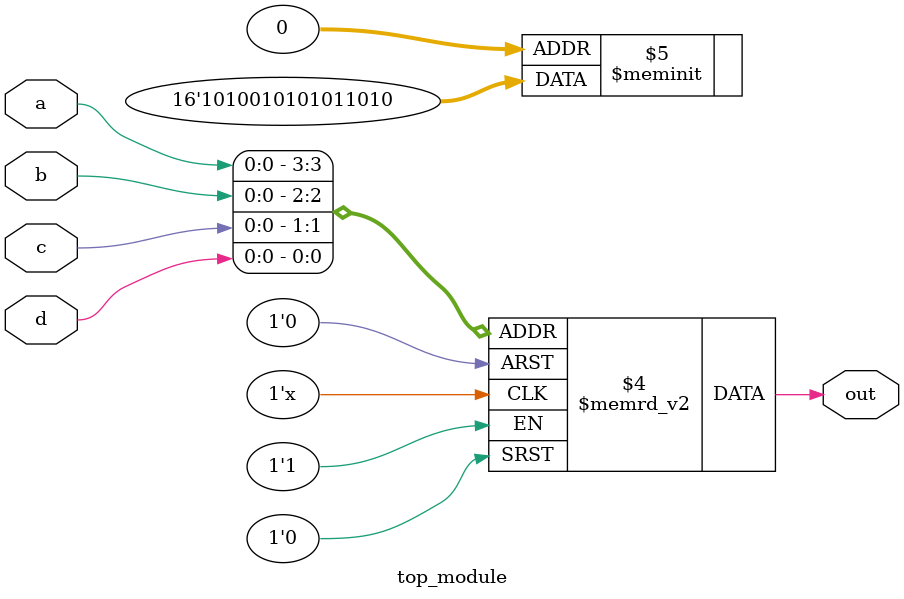
<source format=sv>
module top_module (
    input a, 
    input b,
    input c,
    input d,
    output reg out
);

	always @(*) begin
		case ({a,b,c,d})
			4'b0000: out = 1'b0;
			4'b0001: out = 1'b1;
			4'b0010: out = 1'b0;
			4'b0011: out = 1'b1;
			4'b0100: out = 1'b1;
			4'b0101: out = 1'b0;
			4'b0110: out = 1'b1;
			4'b0111: out = 1'b0;
			4'b1000: out = 1'b1;
			4'b1001: out = 1'b0;
			4'b1010: out = 1'b1;
			4'b1011: out = 1'b0;
			4'b1100: out = 1'b0;
			4'b1101: out = 1'b1;
			4'b1110: out = 1'b0;
			4'b1111: out = 1'b1;
			default: out = 1'b0;
		endcase
	end
	
endmodule

</source>
